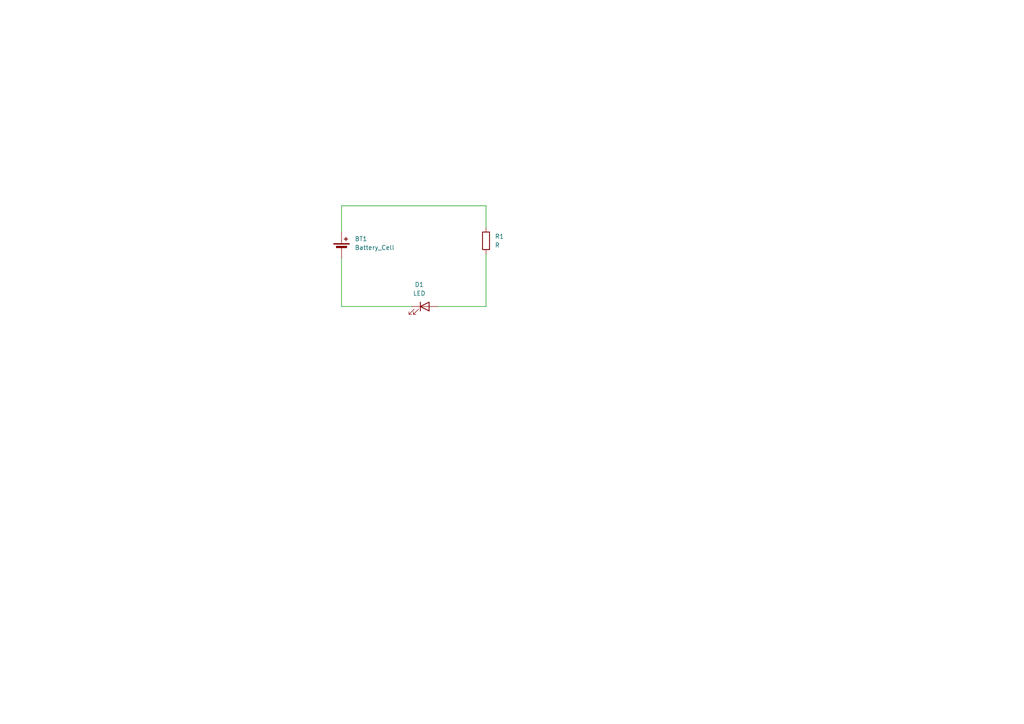
<source format=kicad_sch>
(kicad_sch (version 20231120) (generator "eeschema") (generator_version "8.0")
  (paper "A4")
  (lib_symbols
    (symbol "Device:Battery_Cell" (pin_numbers hide) (pin_names (offset 0) hide)
      (property "Reference" "BT" (at 2.54 2.54 0))
      (property "Value" "Battery_Cell" (at 2.54 0 0))
      (symbol "Battery_Cell_0_1"
        (rectangle (start -2.286 1.778) (end 2.286 1.524) (fill (type outline)))
        (rectangle (start -1.524 1.016) (end 1.524 0.508) (fill (type outline)))
        (polyline (pts (xy 0 0.762) (xy 0 0)))
        (polyline (pts (xy 0 1.778) (xy 0 2.54)))
        (polyline (pts (xy 0.762 3.048) (xy 1.778 3.048)) (stroke (width 0.254)))
        (polyline (pts (xy 1.27 3.556) (xy 1.27 2.54)) (stroke (width 0.254)))
      )
      (symbol "Battery_Cell_1_1"
        (pin passive line (at 0 5.08 270) (length 2.54) (name "+") (number "1"))
        (pin passive line (at 0 -2.54 90) (length 2.54) (name "-") (number "2"))
      )
    )
    (symbol "Device:LED" (pin_numbers hide) (pin_names (offset 1.016) hide)
      (property "Reference" "D" (at 0 2.54 0))
      (property "Value" "LED" (at 0 -2.54 0))
      (symbol "LED_0_1"
        (polyline (pts (xy -1.27 -1.27) (xy -1.27 1.27)) (stroke (width 0.254)))
        (polyline (pts (xy -1.27 0) (xy 1.27 0)))
        (polyline (pts (xy 1.27 -1.27) (xy 1.27 1.27) (xy -1.27 0) (xy 1.27 -1.27)) (stroke (width 0.254)))
        (polyline (pts (xy -3.048 -0.762) (xy -4.572 -2.286) (xy -3.81 -2.286) (xy -4.572 -2.286) (xy -4.572 -1.524)))
        (polyline (pts (xy -1.778 -0.762) (xy -3.302 -2.286) (xy -2.54 -2.286) (xy -3.302 -2.286) (xy -3.302 -1.524)))
      )
      (symbol "LED_1_1"
        (pin passive line (at -3.81 0 0) (length 2.54) (name "K") (number "1"))
        (pin passive line (at 3.81 0 180) (length 2.54) (name "A") (number "2"))
      )
    )
    (symbol "Device:R" (pin_numbers hide) (pin_names (offset 0))
      (property "Reference" "R" (at 2.032 0 90))
      (property "Value" "R" (at 0 0 90))
      (symbol "R_0_1"
        (rectangle (start -1.016 -2.54) (end 1.016 2.54) (stroke (width 0.254)))
      )
      (symbol "R_1_1"
        (pin passive line (at 0 3.81 270) (length 1.27) (name "~") (number "1"))
        (pin passive line (at 0 -3.81 90) (length 1.27) (name "~") (number "2"))
      )
    )
  )
  (wire (pts (xy 99.06 88.9) (xy 99.06 74.93)))
  (wire (pts (xy 140.97 73.66) (xy 140.97 88.9)))
  (wire (pts (xy 127 88.9) (xy 140.97 88.9)))
  (wire (pts (xy 99.06 67.31) (xy 99.06 59.69)))
  (wire (pts (xy 119.38 88.9) (xy 99.06 88.9)))
  (wire (pts (xy 99.06 59.69) (xy 140.97 59.69)))
  (wire (pts (xy 140.97 59.69) (xy 140.97 66.04)))
  (symbol (lib_id "Device:Battery_Cell") (at 99.06 72.39 0) (unit 1)
    (property "Reference" "BT1" (at 102.87 69.2784 0) (effects (justify left)))
    (property "Value" "Battery_Cell" (at 102.87 71.8184 0) (effects (justify left)))
    (property "Footprint" "FS_3_Global_Footprint_Library:MS621FE-FL11E_SEC" (effects (hide yes)))
    (property "Description" "Single-cell battery" (effects (hide yes)))
  )
  (symbol (lib_id "Device:R") (at 140.97 69.85 0) (unit 1)
    (property "Reference" "R1" (at 143.51 68.5799 0) (effects (justify left)))
    (property "Value" "R" (at 143.51 71.1199 0) (effects (justify left)))
    (property "Footprint" "Resistor_SMD:R_0805_2012Metric_Pad1.20x1.40mm_HandSolder" (effects (hide yes)))
    (property "Description" "Resistor" (effects (hide yes)))
  )
  (symbol (lib_id "Device:LED") (at 123.19 88.9 0) (unit 1)
    (property "Reference" "D1" (at 121.6025 82.55 0))
    (property "Value" "LED" (at 121.6025 85.09 0))
    (property "Footprint" "Diode_SMD:D_0805_2012Metric_Pad1.15x1.40mm_HandSolder" (effects (hide yes)))
    (property "Description" "Light emitting diode" (effects (hide yes)))
  )
)
</source>
